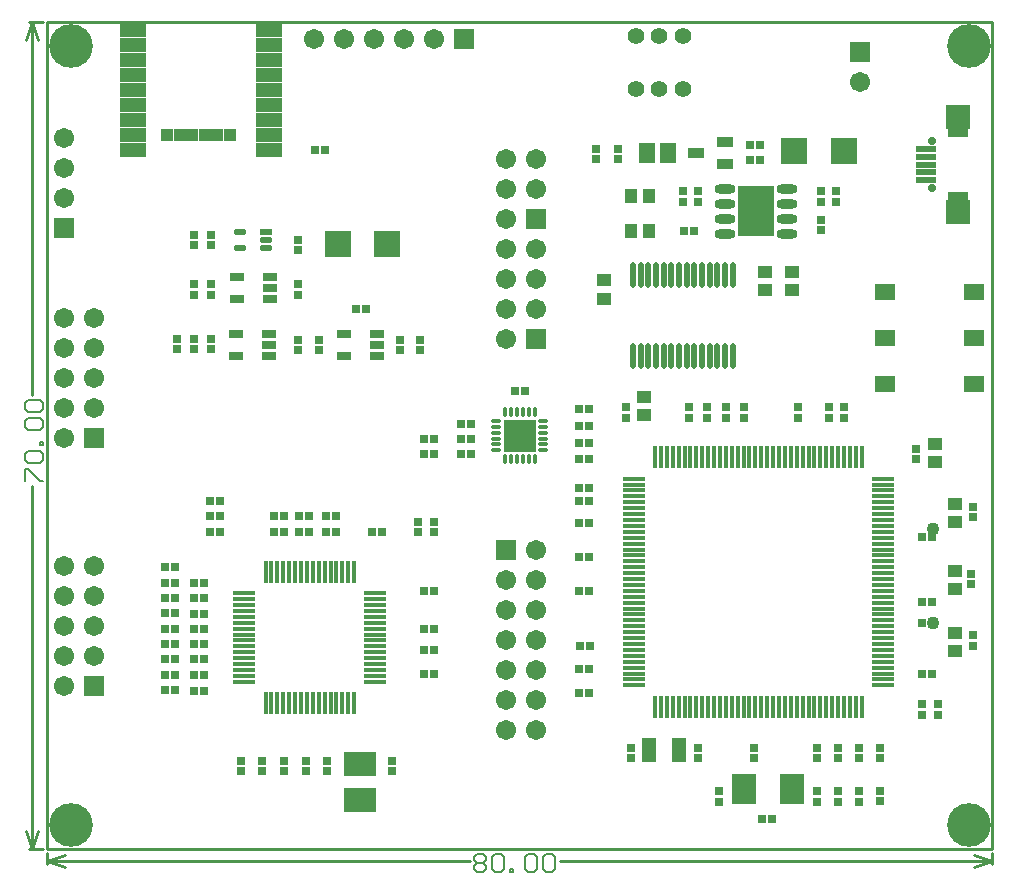
<source format=gts>
G04*
G04 #@! TF.GenerationSoftware,Altium Limited,Altium Designer,18.1.9 (240)*
G04*
G04 Layer_Color=8388736*
%FSLAX24Y24*%
%MOIN*%
G70*
G01*
G75*
%ADD14C,0.0100*%
%ADD16C,0.0060*%
%ADD19C,0.0050*%
%ADD48R,0.0276X0.0296*%
%ADD49O,0.0150X0.0749*%
%ADD50O,0.0749X0.0150*%
%ADD51R,0.0296X0.0276*%
%ADD52R,0.0513X0.0316*%
%ADD53O,0.0415X0.0218*%
%ADD54R,0.0415X0.0218*%
%ADD55R,0.0867X0.0474*%
%ADD56R,0.0395X0.0395*%
%ADD57R,0.0446X0.0466*%
%ADD58R,0.0572X0.0356*%
%ADD59R,0.0867X0.0867*%
%ADD60R,0.0466X0.0446*%
%ADD61R,0.0671X0.0552*%
%ADD62R,0.0828X0.1025*%
%ADD63O,0.0197X0.0867*%
%ADD64R,0.1104X0.0789*%
%ADD65R,0.0537X0.0659*%
%ADD66R,0.0690X0.0237*%
%ADD67R,0.0828X0.0789*%
%ADD68R,0.1095X0.1095*%
%ADD69O,0.0316X0.0150*%
%ADD70O,0.0150X0.0316*%
%ADD71R,0.1222X0.1655*%
%ADD72O,0.0710X0.0316*%
%ADD73R,0.0474X0.0789*%
%ADD74C,0.0671*%
%ADD75R,0.0671X0.0671*%
%ADD76R,0.0671X0.0671*%
%ADD77R,0.0671X0.0395*%
%ADD78C,0.0277*%
%ADD79C,0.0552*%
%ADD80C,0.0434*%
%ADD81C,0.1458*%
D14*
X31496Y0D02*
Y27559D01*
X0D02*
X31496D01*
X0Y0D02*
X31496D01*
X0D02*
Y27559D01*
X-700Y600D02*
X-500Y0D01*
X-300Y600D01*
X-500Y27559D02*
X-300Y26959D01*
X-700D02*
X-500Y27559D01*
Y0D02*
Y12110D01*
Y15129D02*
Y27559D01*
X-600Y0D02*
X-150D01*
X-600Y27559D02*
X-150D01*
X0Y-400D02*
X600Y-200D01*
X0Y-400D02*
X600Y-600D01*
X30896D02*
X31496Y-400D01*
X30896Y-200D02*
X31496Y-400D01*
X0D02*
X14078D01*
X17098D02*
X31496D01*
X0Y-500D02*
Y-150D01*
X31496Y-500D02*
Y-150D01*
D16*
X-740Y12270D02*
Y12670D01*
X-640D01*
X-240Y12270D01*
X-140D01*
X-640Y12870D02*
X-740Y12970D01*
Y13170D01*
X-640Y13270D01*
X-240D01*
X-140Y13170D01*
Y12970D01*
X-240Y12870D01*
X-640D01*
X-140Y13470D02*
X-240D01*
Y13570D01*
X-140D01*
Y13470D01*
X-640Y13969D02*
X-740Y14069D01*
Y14269D01*
X-640Y14369D01*
X-240D01*
X-140Y14269D01*
Y14069D01*
X-240Y13969D01*
X-640D01*
Y14569D02*
X-740Y14669D01*
Y14869D01*
X-640Y14969D01*
X-240D01*
X-140Y14869D01*
Y14669D01*
X-240Y14569D01*
X-640D01*
X14238Y-260D02*
X14338Y-160D01*
X14538D01*
X14638Y-260D01*
Y-360D01*
X14538Y-460D01*
X14638Y-560D01*
Y-660D01*
X14538Y-760D01*
X14338D01*
X14238Y-660D01*
Y-560D01*
X14338Y-460D01*
X14238Y-360D01*
Y-260D01*
X14338Y-460D02*
X14538D01*
X14838Y-260D02*
X14938Y-160D01*
X15138D01*
X15238Y-260D01*
Y-660D01*
X15138Y-760D01*
X14938D01*
X14838Y-660D01*
Y-260D01*
X15438Y-760D02*
Y-660D01*
X15538D01*
Y-760D01*
X15438D01*
X15938Y-260D02*
X16038Y-160D01*
X16238D01*
X16338Y-260D01*
Y-660D01*
X16238Y-760D01*
X16038D01*
X15938Y-660D01*
Y-260D01*
X16538D02*
X16638Y-160D01*
X16838D01*
X16938Y-260D01*
Y-660D01*
X16838Y-760D01*
X16638D01*
X16538Y-660D01*
Y-260D01*
D19*
X30564Y23834D02*
Y24014D01*
X30124Y23834D02*
Y24014D01*
Y23834D02*
X30564D01*
X30124Y24014D02*
X30564D01*
Y21610D02*
Y21790D01*
X30124Y21610D02*
Y21790D01*
Y21610D02*
X30564D01*
X30124Y21790D02*
X30564D01*
D48*
X4884Y8880D02*
D03*
X5219D02*
D03*
X4884Y8367D02*
D03*
X5219D02*
D03*
X4884Y7841D02*
D03*
X5219D02*
D03*
X4884Y7330D02*
D03*
X5219D02*
D03*
X4884Y6830D02*
D03*
X5219D02*
D03*
X4884Y6317D02*
D03*
X5219D02*
D03*
X4884Y5805D02*
D03*
X5219D02*
D03*
X4884Y5280D02*
D03*
X5219D02*
D03*
X3917Y9400D02*
D03*
X4252D02*
D03*
X3917Y8880D02*
D03*
X4252D02*
D03*
X3917Y8367D02*
D03*
X4252D02*
D03*
X3917Y7855D02*
D03*
X4252D02*
D03*
X3917Y7342D02*
D03*
X4252D02*
D03*
X3917Y6830D02*
D03*
X4252D02*
D03*
X3917Y6317D02*
D03*
X4252D02*
D03*
X3917Y5805D02*
D03*
X4252D02*
D03*
X3917Y5292D02*
D03*
X4252D02*
D03*
X15915Y15250D02*
D03*
X15581D02*
D03*
X12550Y13650D02*
D03*
X12884D02*
D03*
X12550Y13150D02*
D03*
X12884D02*
D03*
X14117Y14150D02*
D03*
X13783D02*
D03*
X14117Y13650D02*
D03*
X13783D02*
D03*
X14117Y13150D02*
D03*
X13783D02*
D03*
X10283Y18000D02*
D03*
X10617D02*
D03*
X23767Y22950D02*
D03*
X23433D02*
D03*
X23767Y23450D02*
D03*
X23433D02*
D03*
X29500Y10388D02*
D03*
X29165D02*
D03*
X29500Y7520D02*
D03*
X29165D02*
D03*
X29500Y8238D02*
D03*
X29165D02*
D03*
X18067Y5200D02*
D03*
X17733D02*
D03*
X17733Y6000D02*
D03*
X18067D02*
D03*
X17743Y6755D02*
D03*
X18078D02*
D03*
X17733Y8590D02*
D03*
X18067D02*
D03*
X17733Y9720D02*
D03*
X18067D02*
D03*
X18067Y10850D02*
D03*
X17733D02*
D03*
X18067Y11600D02*
D03*
X17733D02*
D03*
X18067Y12030D02*
D03*
X17733D02*
D03*
X17733Y12992D02*
D03*
X18067D02*
D03*
X17733Y13545D02*
D03*
X18067D02*
D03*
X18067Y14097D02*
D03*
X17733D02*
D03*
X18067Y14650D02*
D03*
X17733D02*
D03*
X5415Y10582D02*
D03*
X5750D02*
D03*
X5415Y11091D02*
D03*
X5750D02*
D03*
X5415Y11600D02*
D03*
X5750D02*
D03*
X7546Y10582D02*
D03*
X7881D02*
D03*
X7546Y11091D02*
D03*
X7881D02*
D03*
X8402Y11091D02*
D03*
X8736D02*
D03*
X8402Y10582D02*
D03*
X8736D02*
D03*
X9619Y11091D02*
D03*
X9284D02*
D03*
X9619Y10582D02*
D03*
X9284D02*
D03*
X12550Y8600D02*
D03*
X12884D02*
D03*
X12884Y7330D02*
D03*
X12550D02*
D03*
X12884Y5830D02*
D03*
X12550D02*
D03*
X12884Y6630D02*
D03*
X12550D02*
D03*
X29500Y5838D02*
D03*
X29165D02*
D03*
X11150Y10582D02*
D03*
X10815D02*
D03*
X9250Y23300D02*
D03*
X8915D02*
D03*
X21215Y20600D02*
D03*
X21550D02*
D03*
X23815Y1000D02*
D03*
X24150D02*
D03*
D49*
X7274Y9235D02*
D03*
X7470D02*
D03*
X7667D02*
D03*
X7864D02*
D03*
X8061D02*
D03*
X8258D02*
D03*
X8455D02*
D03*
X8652D02*
D03*
X8848D02*
D03*
X9045D02*
D03*
X9242D02*
D03*
X9439D02*
D03*
X9636D02*
D03*
X9833D02*
D03*
X10030D02*
D03*
X10226D02*
D03*
Y4865D02*
D03*
X10030D02*
D03*
X9833D02*
D03*
X9636D02*
D03*
X9439D02*
D03*
X9242D02*
D03*
X9045D02*
D03*
X8848D02*
D03*
X8652D02*
D03*
X8455D02*
D03*
X8258D02*
D03*
X8061D02*
D03*
X7864D02*
D03*
X7667D02*
D03*
X7470D02*
D03*
X7274D02*
D03*
X20255Y13054D02*
D03*
X20452D02*
D03*
X20649D02*
D03*
X20846D02*
D03*
X21043D02*
D03*
X21239D02*
D03*
X21436D02*
D03*
X21633D02*
D03*
X21830D02*
D03*
X22027D02*
D03*
X22224D02*
D03*
X22420D02*
D03*
X22617D02*
D03*
X22814D02*
D03*
X23011D02*
D03*
X23208D02*
D03*
X23405D02*
D03*
X23602D02*
D03*
X23798D02*
D03*
X23995D02*
D03*
X24192D02*
D03*
X24389D02*
D03*
X24586D02*
D03*
X24783D02*
D03*
X24980D02*
D03*
X25176D02*
D03*
X25373D02*
D03*
X25570D02*
D03*
X25767D02*
D03*
X25964D02*
D03*
X26161D02*
D03*
X26357D02*
D03*
X26554D02*
D03*
X26751D02*
D03*
X26948D02*
D03*
X27145D02*
D03*
Y4746D02*
D03*
X26948D02*
D03*
X26751D02*
D03*
X26554D02*
D03*
X26357D02*
D03*
X26161D02*
D03*
X25964D02*
D03*
X25767D02*
D03*
X25570D02*
D03*
X25373D02*
D03*
X25176D02*
D03*
X24980D02*
D03*
X24783D02*
D03*
X24586D02*
D03*
X24389D02*
D03*
X24192D02*
D03*
X23995D02*
D03*
X23798D02*
D03*
X23602D02*
D03*
X23405D02*
D03*
X23208D02*
D03*
X23011D02*
D03*
X22814D02*
D03*
X22617D02*
D03*
X22420D02*
D03*
X22224D02*
D03*
X22027D02*
D03*
X21830D02*
D03*
X21633D02*
D03*
X21436D02*
D03*
X21239D02*
D03*
X21043D02*
D03*
X20846D02*
D03*
X20649D02*
D03*
X20452D02*
D03*
X20255D02*
D03*
D50*
X10935Y8526D02*
D03*
Y8330D02*
D03*
Y8133D02*
D03*
Y7936D02*
D03*
Y7739D02*
D03*
Y7542D02*
D03*
Y7345D02*
D03*
Y7148D02*
D03*
Y6952D02*
D03*
Y6755D02*
D03*
Y6558D02*
D03*
Y6361D02*
D03*
Y6164D02*
D03*
Y5967D02*
D03*
Y5770D02*
D03*
Y5574D02*
D03*
X6565D02*
D03*
Y5770D02*
D03*
Y5967D02*
D03*
Y6164D02*
D03*
Y6361D02*
D03*
Y6558D02*
D03*
Y6755D02*
D03*
Y6952D02*
D03*
Y7148D02*
D03*
Y7345D02*
D03*
Y7542D02*
D03*
Y7739D02*
D03*
Y7936D02*
D03*
Y8133D02*
D03*
Y8330D02*
D03*
Y8526D02*
D03*
X19546Y5455D02*
D03*
Y5652D02*
D03*
Y5849D02*
D03*
Y6046D02*
D03*
Y6243D02*
D03*
Y6439D02*
D03*
Y6636D02*
D03*
Y6833D02*
D03*
Y7030D02*
D03*
Y7227D02*
D03*
Y7424D02*
D03*
Y7620D02*
D03*
Y7817D02*
D03*
Y8014D02*
D03*
Y8211D02*
D03*
Y8408D02*
D03*
Y8605D02*
D03*
Y8802D02*
D03*
Y8998D02*
D03*
Y9195D02*
D03*
Y9392D02*
D03*
Y9589D02*
D03*
Y9786D02*
D03*
Y9983D02*
D03*
Y10180D02*
D03*
Y10376D02*
D03*
Y10573D02*
D03*
Y10770D02*
D03*
Y10967D02*
D03*
Y11164D02*
D03*
Y11361D02*
D03*
Y11557D02*
D03*
Y11754D02*
D03*
Y11951D02*
D03*
Y12148D02*
D03*
Y12345D02*
D03*
X27854D02*
D03*
Y12148D02*
D03*
Y11951D02*
D03*
Y11754D02*
D03*
Y11557D02*
D03*
Y11361D02*
D03*
Y11164D02*
D03*
Y10967D02*
D03*
Y10770D02*
D03*
Y10573D02*
D03*
Y10376D02*
D03*
Y10180D02*
D03*
Y9983D02*
D03*
Y9786D02*
D03*
Y9589D02*
D03*
Y9392D02*
D03*
Y9195D02*
D03*
Y8998D02*
D03*
Y8802D02*
D03*
Y8605D02*
D03*
Y8408D02*
D03*
Y8211D02*
D03*
Y8014D02*
D03*
Y7817D02*
D03*
Y7620D02*
D03*
Y7424D02*
D03*
Y7227D02*
D03*
Y7030D02*
D03*
Y6833D02*
D03*
Y6636D02*
D03*
Y6439D02*
D03*
Y6243D02*
D03*
Y6046D02*
D03*
Y5849D02*
D03*
Y5652D02*
D03*
Y5455D02*
D03*
D51*
X5450Y16985D02*
D03*
Y16650D02*
D03*
X4316Y16650D02*
D03*
Y16985D02*
D03*
X4883Y18483D02*
D03*
Y18817D02*
D03*
Y20133D02*
D03*
Y20467D02*
D03*
X21700Y21583D02*
D03*
Y21917D02*
D03*
X21200Y21583D02*
D03*
Y21917D02*
D03*
X25800Y21583D02*
D03*
Y21917D02*
D03*
X26300Y21583D02*
D03*
Y21917D02*
D03*
X19300Y14717D02*
D03*
Y14383D02*
D03*
X21400Y14382D02*
D03*
Y14717D02*
D03*
X26050Y14717D02*
D03*
Y14383D02*
D03*
X26550Y14717D02*
D03*
Y14382D02*
D03*
X29150Y4483D02*
D03*
Y4817D02*
D03*
X29700Y4483D02*
D03*
Y4817D02*
D03*
X23550Y3044D02*
D03*
Y3379D02*
D03*
X12350Y10572D02*
D03*
Y10907D02*
D03*
X12874Y10572D02*
D03*
Y10907D02*
D03*
X7171Y2947D02*
D03*
Y2613D02*
D03*
X6450Y2947D02*
D03*
Y2613D02*
D03*
X9334Y2947D02*
D03*
Y2613D02*
D03*
X11484Y2947D02*
D03*
Y2613D02*
D03*
X8613Y2613D02*
D03*
Y2947D02*
D03*
X7892Y2947D02*
D03*
Y2613D02*
D03*
X19020Y23009D02*
D03*
Y23344D02*
D03*
X18288Y23009D02*
D03*
Y23344D02*
D03*
X8350Y19970D02*
D03*
Y20305D02*
D03*
X5450Y20137D02*
D03*
Y20472D02*
D03*
X8350Y18817D02*
D03*
Y18483D02*
D03*
X5450Y18817D02*
D03*
Y18483D02*
D03*
X4883Y16650D02*
D03*
Y16985D02*
D03*
X11766Y16618D02*
D03*
Y16953D02*
D03*
X12416Y16953D02*
D03*
Y16618D02*
D03*
X9066Y16618D02*
D03*
Y16953D02*
D03*
X8350Y16953D02*
D03*
Y16618D02*
D03*
X19450Y3044D02*
D03*
Y3379D02*
D03*
X21700Y3044D02*
D03*
Y3379D02*
D03*
X22400Y1583D02*
D03*
Y1917D02*
D03*
X25650Y1583D02*
D03*
Y1917D02*
D03*
X27052Y3379D02*
D03*
Y3044D02*
D03*
X26351Y3379D02*
D03*
Y3044D02*
D03*
X26351Y1583D02*
D03*
Y1917D02*
D03*
X27052Y1583D02*
D03*
Y1917D02*
D03*
X25025Y14717D02*
D03*
Y14382D02*
D03*
X28950Y13335D02*
D03*
Y13000D02*
D03*
X25650Y3044D02*
D03*
Y3379D02*
D03*
X23223Y14717D02*
D03*
Y14382D02*
D03*
X22609Y14382D02*
D03*
Y14717D02*
D03*
X21994Y14382D02*
D03*
Y14717D02*
D03*
X25800Y20967D02*
D03*
Y20633D02*
D03*
X30805Y8836D02*
D03*
Y9170D02*
D03*
X30845Y6783D02*
D03*
Y7118D02*
D03*
Y11066D02*
D03*
Y11401D02*
D03*
X27754Y3044D02*
D03*
Y3379D02*
D03*
X27754Y1935D02*
D03*
Y1600D02*
D03*
D52*
X7401Y16426D02*
D03*
Y16800D02*
D03*
Y17174D02*
D03*
X6299D02*
D03*
Y16426D02*
D03*
X7409Y18326D02*
D03*
Y18700D02*
D03*
Y19074D02*
D03*
X6307D02*
D03*
Y18326D02*
D03*
X11001Y16426D02*
D03*
Y16800D02*
D03*
Y17174D02*
D03*
X9899D02*
D03*
Y16426D02*
D03*
D53*
X6408Y20049D02*
D03*
Y20561D02*
D03*
X7274Y20049D02*
D03*
Y20305D02*
D03*
D54*
Y20561D02*
D03*
D55*
X2850Y23300D02*
D03*
Y27300D02*
D03*
Y26800D02*
D03*
Y26300D02*
D03*
Y25800D02*
D03*
Y25300D02*
D03*
Y24800D02*
D03*
Y24300D02*
D03*
Y23800D02*
D03*
X7378Y23300D02*
D03*
Y23800D02*
D03*
Y24300D02*
D03*
Y24800D02*
D03*
Y25300D02*
D03*
Y25800D02*
D03*
Y26300D02*
D03*
Y26800D02*
D03*
Y27300D02*
D03*
D56*
X3990Y23800D02*
D03*
X4410D02*
D03*
X4830D02*
D03*
X5250D02*
D03*
X5670D02*
D03*
X6090D02*
D03*
D57*
X19444Y21761D02*
D03*
X20050D02*
D03*
X19444Y20600D02*
D03*
X20050D02*
D03*
D58*
X22592Y22826D02*
D03*
Y23574D02*
D03*
X21608Y23200D02*
D03*
D59*
X24896Y23250D02*
D03*
X26550D02*
D03*
X11327Y20150D02*
D03*
X9673D02*
D03*
D60*
X19903Y15056D02*
D03*
Y14450D02*
D03*
X30245Y10901D02*
D03*
Y11507D02*
D03*
X30250Y9256D02*
D03*
Y8650D02*
D03*
X30245Y7206D02*
D03*
Y6600D02*
D03*
X18550Y18953D02*
D03*
Y18347D02*
D03*
X23925Y18630D02*
D03*
Y19237D02*
D03*
X24826Y18630D02*
D03*
Y19237D02*
D03*
X29600Y13495D02*
D03*
Y12889D02*
D03*
D61*
X30890Y18550D02*
D03*
X27910D02*
D03*
X30890Y17025D02*
D03*
X27910D02*
D03*
X30890Y15500D02*
D03*
X27910D02*
D03*
D62*
X23218Y2000D02*
D03*
X24832D02*
D03*
D63*
X22844Y19147D02*
D03*
X22588D02*
D03*
X22332D02*
D03*
X22076D02*
D03*
X21820D02*
D03*
X21565D02*
D03*
X21309D02*
D03*
X21053D02*
D03*
X20797D02*
D03*
X20541D02*
D03*
X20285D02*
D03*
X20029D02*
D03*
X19773D02*
D03*
X19517D02*
D03*
X22844Y16431D02*
D03*
X22588D02*
D03*
X22332D02*
D03*
X22076D02*
D03*
X21820D02*
D03*
X21565D02*
D03*
X21309D02*
D03*
X21053D02*
D03*
X20797D02*
D03*
X20541D02*
D03*
X20285D02*
D03*
X20029D02*
D03*
X19773D02*
D03*
X19517D02*
D03*
D64*
X10434Y1639D02*
D03*
Y2820D02*
D03*
D65*
X20000Y23200D02*
D03*
X20700D02*
D03*
D66*
X29287Y22556D02*
D03*
Y22812D02*
D03*
Y22300D02*
D03*
Y23324D02*
D03*
Y23068D02*
D03*
D67*
X30370Y24407D02*
D03*
Y21218D02*
D03*
D68*
X15748Y13780D02*
D03*
D69*
X14961Y13287D02*
D03*
Y13484D02*
D03*
Y13681D02*
D03*
Y13878D02*
D03*
Y14075D02*
D03*
Y14272D02*
D03*
X16535D02*
D03*
Y14075D02*
D03*
Y13878D02*
D03*
Y13681D02*
D03*
Y13484D02*
D03*
Y13287D02*
D03*
D70*
X15256Y14567D02*
D03*
X15453D02*
D03*
X15650D02*
D03*
X15846D02*
D03*
X16043D02*
D03*
X16240D02*
D03*
Y12992D02*
D03*
X16043D02*
D03*
X15846D02*
D03*
X15650D02*
D03*
X15453D02*
D03*
X15256D02*
D03*
D71*
X23627Y21250D02*
D03*
D72*
X24650Y20500D02*
D03*
Y21000D02*
D03*
Y21500D02*
D03*
Y22000D02*
D03*
X22603Y20500D02*
D03*
Y21000D02*
D03*
Y21500D02*
D03*
Y22000D02*
D03*
D73*
X21042Y3300D02*
D03*
X20058D02*
D03*
D74*
X8900Y27000D02*
D03*
X9900D02*
D03*
X10900D02*
D03*
X11900D02*
D03*
X12900D02*
D03*
X550Y5430D02*
D03*
X1550Y6430D02*
D03*
X550D02*
D03*
X1550Y7430D02*
D03*
X550D02*
D03*
X1550Y8430D02*
D03*
X550D02*
D03*
X1550Y9430D02*
D03*
X550D02*
D03*
Y13700D02*
D03*
X1550Y14700D02*
D03*
X550D02*
D03*
X1550Y15700D02*
D03*
X550D02*
D03*
X1550Y16700D02*
D03*
X550D02*
D03*
X1550Y17700D02*
D03*
X550D02*
D03*
X15300Y23000D02*
D03*
X16300D02*
D03*
X15300Y22000D02*
D03*
X16300D02*
D03*
X15300Y21000D02*
D03*
Y17000D02*
D03*
X16300Y18000D02*
D03*
X15300D02*
D03*
X16300Y19000D02*
D03*
X15300D02*
D03*
X16300Y20000D02*
D03*
X15300D02*
D03*
X16300Y3981D02*
D03*
X15300D02*
D03*
X16300Y4981D02*
D03*
X15300D02*
D03*
X16300Y5982D02*
D03*
X15300D02*
D03*
X16300Y6981D02*
D03*
X15300D02*
D03*
X16300Y7982D02*
D03*
X15300D02*
D03*
X16300Y8982D02*
D03*
X15300D02*
D03*
X16300Y9981D02*
D03*
X27100Y25550D02*
D03*
X550Y21700D02*
D03*
Y22700D02*
D03*
Y23700D02*
D03*
D75*
X13900Y27000D02*
D03*
D76*
X1550Y5430D02*
D03*
Y13700D02*
D03*
X16300Y21000D02*
D03*
Y17000D02*
D03*
X15300Y9981D02*
D03*
X27100Y26550D02*
D03*
X550Y20700D02*
D03*
D77*
X30350Y23924D02*
D03*
Y21700D02*
D03*
D78*
X29504Y22025D02*
D03*
Y23600D02*
D03*
D79*
X21187Y27100D02*
D03*
X20400D02*
D03*
X19613D02*
D03*
Y25328D02*
D03*
X20400D02*
D03*
X21187D02*
D03*
D80*
X29531Y7533D02*
D03*
X29531Y10683D02*
D03*
D81*
X787Y26763D02*
D03*
X30713D02*
D03*
Y787D02*
D03*
X787D02*
D03*
M02*

</source>
